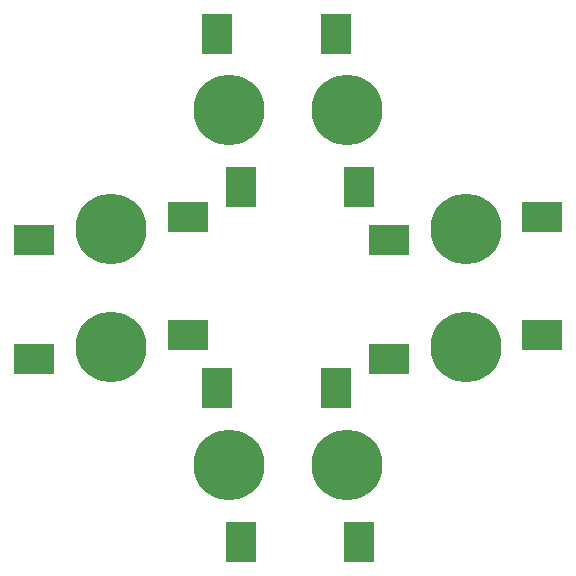
<source format=gtp>
%TF.GenerationSoftware,KiCad,Pcbnew,(6.0.8)*%
%TF.CreationDate,2022-11-29T16:13:45+01:00*%
%TF.ProjectId,board,626f6172-642e-46b6-9963-61645f706362,rev?*%
%TF.SameCoordinates,Original*%
%TF.FileFunction,Paste,Top*%
%TF.FilePolarity,Positive*%
%FSLAX46Y46*%
G04 Gerber Fmt 4.6, Leading zero omitted, Abs format (unit mm)*
G04 Created by KiCad (PCBNEW (6.0.8)) date 2022-11-29 16:13:45*
%MOMM*%
%LPD*%
G01*
G04 APERTURE LIST*
%ADD10R,3.500000X2.500000*%
%ADD11C,6.000000*%
%ADD12R,2.500000X3.500000*%
G04 APERTURE END LIST*
D10*
%TO.C,D4*%
X101500000Y-114000000D03*
D11*
X95000000Y-115000000D03*
D10*
X88500000Y-116000000D03*
%TD*%
D12*
%TO.C,D5*%
X116000000Y-111500000D03*
X114000000Y-98500000D03*
D11*
X115000000Y-105000000D03*
%TD*%
D12*
%TO.C,D2*%
X106000000Y-111500000D03*
D11*
X105000000Y-105000000D03*
D12*
X104000000Y-98500000D03*
%TD*%
D10*
%TO.C,D6*%
X118500000Y-126000000D03*
X131500000Y-124000000D03*
D11*
X125000000Y-125000000D03*
%TD*%
D12*
%TO.C,D3*%
X104000000Y-128500000D03*
D11*
X105000000Y-135000000D03*
D12*
X106000000Y-141500000D03*
%TD*%
D10*
%TO.C,D1*%
X101500000Y-124000000D03*
D11*
X95000000Y-125000000D03*
D10*
X88500000Y-126000000D03*
%TD*%
%TO.C,D7*%
X118500000Y-116000000D03*
X131500000Y-114000000D03*
D11*
X125000000Y-115000000D03*
%TD*%
D12*
%TO.C,D8*%
X114000000Y-128500000D03*
X116000000Y-141500000D03*
D11*
X115000000Y-135000000D03*
%TD*%
M02*

</source>
